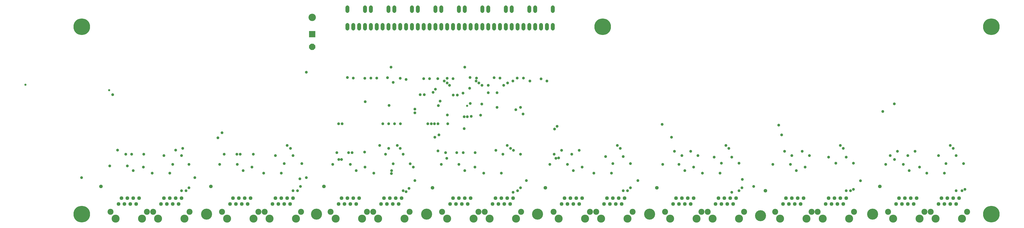
<source format=gbr>
G04 EAGLE Gerber RS-274X export*
G75*
%MOMM*%
%FSLAX34Y34*%
%LPD*%
%INSoldermask Bottom*%
%IPPOS*%
%AMOC8*
5,1,8,0,0,1.08239X$1,22.5*%
G01*
G04 Define Apertures*
%ADD10C,7.188200*%
%ADD11C,4.775200*%
%ADD12C,1.611200*%
%ADD13C,3.454400*%
%ADD14C,2.603200*%
%ADD15C,1.727200*%
%ADD16P,2.96921X8X292.5*%
%ADD17R,2.743200X2.743200*%
%ADD18C,3.203200*%
%ADD19C,1.209600*%
%ADD20C,1.553200*%
%ADD21C,0.959600*%
D10*
X4032250Y95250D03*
X95250Y908050D03*
X4032250Y908050D03*
X2349500Y908050D03*
X95250Y95250D03*
D11*
X635000Y95250D03*
X1111250Y95250D03*
X1587500Y95250D03*
X2067560Y95250D03*
X2552700Y95250D03*
X3032760Y88900D03*
X3517900Y95250D03*
D12*
X292100Y165100D03*
X279400Y139700D03*
X266700Y165100D03*
X304800Y139700D03*
X254000Y139700D03*
X317500Y165100D03*
X330200Y139700D03*
X342900Y165100D03*
D13*
X241300Y76200D03*
X355600Y76200D03*
D14*
X219700Y105700D03*
X377200Y105700D03*
D15*
X1244600Y900430D02*
X1244600Y915670D01*
X1270000Y915670D02*
X1270000Y900430D01*
X1295400Y900430D02*
X1295400Y915670D01*
X1320800Y915670D02*
X1320800Y900430D01*
X1320800Y976630D02*
X1320800Y991870D01*
X1244600Y991870D02*
X1244600Y976630D01*
X1447800Y915670D02*
X1447800Y900430D01*
X1473200Y900430D02*
X1473200Y915670D01*
X1498600Y915670D02*
X1498600Y900430D01*
X1524000Y900430D02*
X1524000Y915670D01*
X1524000Y976630D02*
X1524000Y991870D01*
X1447800Y991870D02*
X1447800Y976630D01*
X1346200Y915670D02*
X1346200Y900430D01*
X1371600Y900430D02*
X1371600Y915670D01*
X1397000Y915670D02*
X1397000Y900430D01*
X1422400Y900430D02*
X1422400Y915670D01*
X1422400Y976630D02*
X1422400Y991870D01*
X1346200Y991870D02*
X1346200Y976630D01*
X1549400Y915670D02*
X1549400Y900430D01*
X1574800Y900430D02*
X1574800Y915670D01*
X1600200Y915670D02*
X1600200Y900430D01*
X1625600Y900430D02*
X1625600Y915670D01*
X1625600Y976630D02*
X1625600Y991870D01*
X1549400Y991870D02*
X1549400Y976630D01*
X1651000Y915670D02*
X1651000Y900430D01*
X1676400Y900430D02*
X1676400Y915670D01*
X1701800Y915670D02*
X1701800Y900430D01*
X1727200Y900430D02*
X1727200Y915670D01*
X1727200Y976630D02*
X1727200Y991870D01*
X1651000Y991870D02*
X1651000Y976630D01*
X1854200Y915670D02*
X1854200Y900430D01*
X1879600Y900430D02*
X1879600Y915670D01*
X1905000Y915670D02*
X1905000Y900430D01*
X1930400Y900430D02*
X1930400Y915670D01*
X1930400Y976630D02*
X1930400Y991870D01*
X1854200Y991870D02*
X1854200Y976630D01*
X1955800Y915670D02*
X1955800Y900430D01*
X1981200Y900430D02*
X1981200Y915670D01*
X2006600Y915670D02*
X2006600Y900430D01*
X2032000Y900430D02*
X2032000Y915670D01*
X2032000Y976630D02*
X2032000Y991870D01*
X1955800Y991870D02*
X1955800Y976630D01*
X1752600Y915670D02*
X1752600Y900430D01*
X1778000Y900430D02*
X1778000Y915670D01*
X1803400Y915670D02*
X1803400Y900430D01*
X1828800Y900430D02*
X1828800Y915670D01*
X1828800Y976630D02*
X1828800Y991870D01*
X1752600Y991870D02*
X1752600Y976630D01*
X2057400Y915670D02*
X2057400Y900430D01*
X2082800Y900430D02*
X2082800Y915670D01*
X2108200Y915670D02*
X2108200Y900430D01*
X2133600Y900430D02*
X2133600Y915670D01*
X2133600Y976630D02*
X2133600Y991870D01*
X2057400Y991870D02*
X2057400Y976630D01*
D16*
X1092200Y821182D03*
D17*
X1092200Y876300D03*
D18*
X1092200Y949300D03*
D12*
X774700Y165100D03*
X762000Y139700D03*
X749300Y165100D03*
X787400Y139700D03*
X736600Y139700D03*
X800100Y165100D03*
X812800Y139700D03*
X825500Y165100D03*
D13*
X723900Y76200D03*
X838200Y76200D03*
D14*
X702300Y105700D03*
X859800Y105700D03*
D12*
X1428750Y165100D03*
X1416050Y139700D03*
X1403350Y165100D03*
X1441450Y139700D03*
X1390650Y139700D03*
X1454150Y165100D03*
X1466850Y139700D03*
X1479550Y165100D03*
D13*
X1377950Y76200D03*
X1492250Y76200D03*
D14*
X1356350Y105700D03*
X1513850Y105700D03*
D12*
X1244600Y165100D03*
X1231900Y139700D03*
X1219200Y165100D03*
X1257300Y139700D03*
X1206500Y139700D03*
X1270000Y165100D03*
X1282700Y139700D03*
X1295400Y165100D03*
D13*
X1193800Y76200D03*
X1308100Y76200D03*
D14*
X1172200Y105700D03*
X1329700Y105700D03*
D12*
X1911350Y165100D03*
X1898650Y139700D03*
X1885950Y165100D03*
X1924050Y139700D03*
X1873250Y139700D03*
X1936750Y165100D03*
X1949450Y139700D03*
X1962150Y165100D03*
D13*
X1860550Y76200D03*
X1974850Y76200D03*
D14*
X1838950Y105700D03*
X1996450Y105700D03*
D12*
X1727200Y165100D03*
X1714500Y139700D03*
X1701800Y165100D03*
X1739900Y139700D03*
X1689100Y139700D03*
X1752600Y165100D03*
X1765300Y139700D03*
X1778000Y165100D03*
D13*
X1676400Y76200D03*
X1790700Y76200D03*
D14*
X1654800Y105700D03*
X1812300Y105700D03*
D12*
X2393950Y165100D03*
X2381250Y139700D03*
X2368550Y165100D03*
X2406650Y139700D03*
X2355850Y139700D03*
X2419350Y165100D03*
X2432050Y139700D03*
X2444750Y165100D03*
D13*
X2343150Y76200D03*
X2457450Y76200D03*
D14*
X2321550Y105700D03*
X2479050Y105700D03*
D12*
X2209800Y165100D03*
X2197100Y139700D03*
X2184400Y165100D03*
X2222500Y139700D03*
X2171700Y139700D03*
X2235200Y165100D03*
X2247900Y139700D03*
X2260600Y165100D03*
D13*
X2159000Y76200D03*
X2273300Y76200D03*
D14*
X2137400Y105700D03*
X2294900Y105700D03*
D12*
X2876550Y165100D03*
X2863850Y139700D03*
X2851150Y165100D03*
X2889250Y139700D03*
X2838450Y139700D03*
X2901950Y165100D03*
X2914650Y139700D03*
X2927350Y165100D03*
D13*
X2825750Y76200D03*
X2940050Y76200D03*
D14*
X2804150Y105700D03*
X2961650Y105700D03*
D12*
X2692400Y165100D03*
X2679700Y139700D03*
X2667000Y165100D03*
X2705100Y139700D03*
X2654300Y139700D03*
X2717800Y165100D03*
X2730500Y139700D03*
X2743200Y165100D03*
D13*
X2641600Y76200D03*
X2755900Y76200D03*
D14*
X2620000Y105700D03*
X2777500Y105700D03*
D12*
X3352800Y165100D03*
X3340100Y139700D03*
X3327400Y165100D03*
X3365500Y139700D03*
X3314700Y139700D03*
X3378200Y165100D03*
X3390900Y139700D03*
X3403600Y165100D03*
D13*
X3302000Y76200D03*
X3416300Y76200D03*
D14*
X3280400Y105700D03*
X3437900Y105700D03*
D12*
X3168650Y165100D03*
X3155950Y139700D03*
X3143250Y165100D03*
X3181350Y139700D03*
X3130550Y139700D03*
X3194050Y165100D03*
X3206750Y139700D03*
X3219450Y165100D03*
D13*
X3117850Y76200D03*
X3232150Y76200D03*
D14*
X3096250Y105700D03*
X3253750Y105700D03*
D12*
X3841750Y165100D03*
X3829050Y139700D03*
X3816350Y165100D03*
X3854450Y139700D03*
X3803650Y139700D03*
X3867150Y165100D03*
X3879850Y139700D03*
X3892550Y165100D03*
D13*
X3790950Y76200D03*
X3905250Y76200D03*
D14*
X3769350Y105700D03*
X3926850Y105700D03*
D12*
X3657600Y165100D03*
X3644900Y139700D03*
X3632200Y165100D03*
X3670300Y139700D03*
X3619500Y139700D03*
X3683000Y165100D03*
X3695700Y139700D03*
X3708400Y165100D03*
D13*
X3606800Y76200D03*
X3721100Y76200D03*
D14*
X3585200Y105700D03*
X3742700Y105700D03*
D12*
X476250Y165100D03*
X463550Y139700D03*
X450850Y165100D03*
X488950Y139700D03*
X438150Y139700D03*
X501650Y165100D03*
X514350Y139700D03*
X527050Y165100D03*
D13*
X425450Y76200D03*
X539750Y76200D03*
D14*
X403850Y105700D03*
X561350Y105700D03*
D12*
X958850Y165100D03*
X946150Y139700D03*
X933450Y165100D03*
X971550Y139700D03*
X920750Y139700D03*
X984250Y165100D03*
X996950Y139700D03*
X1009650Y165100D03*
D13*
X908050Y76200D03*
X1022350Y76200D03*
D14*
X886450Y105700D03*
X1043950Y105700D03*
D19*
X1498600Y679450D03*
X1600200Y683260D03*
X1701800Y683260D03*
X1905000Y685800D03*
X2006600Y685800D03*
X2108200Y673100D03*
X1346200Y685800D03*
X1244600Y688340D03*
X1536700Y534670D03*
X1803400Y685800D03*
X1973580Y548640D03*
X1577340Y613410D03*
X1720850Y612140D03*
X1776730Y575310D03*
X1322070Y582930D03*
X1320165Y685165D03*
X361950Y299720D03*
X2743200Y299720D03*
X2260600Y299720D03*
X1797050Y299720D03*
X1320800Y299720D03*
X831850Y299720D03*
X3225800Y299720D03*
X3721100Y299720D03*
X1474470Y487680D03*
X1530350Y299720D03*
X2082800Y681990D03*
X1979930Y685800D03*
X1676400Y684530D03*
X1574800Y683260D03*
X1473200Y684530D03*
X1371600Y685800D03*
X1270000Y685800D03*
X1775460Y688340D03*
X250190Y373380D03*
X1536700Y551180D03*
X2005330Y529590D03*
X2954020Y246380D03*
X1038860Y248920D03*
X488950Y311150D03*
X558800Y311150D03*
X400050Y273050D03*
X476250Y273050D03*
X215900Y304800D03*
X311150Y355600D03*
X292100Y304800D03*
X711200Y355600D03*
X692150Y311150D03*
X781050Y355600D03*
X768350Y311150D03*
X882650Y273050D03*
X958850Y273050D03*
X971550Y314960D03*
X1047750Y314960D03*
X1181100Y311150D03*
X1198880Y361950D03*
X1264920Y361950D03*
X1257300Y311150D03*
X1442720Y313690D03*
X1358900Y273050D03*
X1435100Y271780D03*
X1516380Y313690D03*
X546100Y196850D03*
X1028700Y196850D03*
X1498600Y193040D03*
X1651000Y311150D03*
X1670050Y361950D03*
X1727200Y311150D03*
X1746250Y361950D03*
X1835150Y273050D03*
X1911350Y273050D03*
X1981200Y196850D03*
X1993900Y355600D03*
X1917700Y355600D03*
X2120900Y311150D03*
X2197100Y311150D03*
X2139950Y355600D03*
X2216150Y355600D03*
X2311400Y273050D03*
X2387600Y273050D03*
X2470150Y314960D03*
X2393950Y314960D03*
X2457450Y196850D03*
X2692400Y349250D03*
X2762250Y349250D03*
X2781300Y273050D03*
X2857500Y273050D03*
X2863850Y316230D03*
X2940050Y316230D03*
X2940050Y196850D03*
X2679700Y311150D03*
X2609850Y311150D03*
X3244850Y349250D03*
X3168650Y349250D03*
X3086100Y311150D03*
X3162300Y311150D03*
X3422650Y196850D03*
X3359150Y316230D03*
X3435350Y316230D03*
X3594100Y349250D03*
X3575050Y311150D03*
X3651250Y311150D03*
X3670300Y349250D03*
X3905250Y196850D03*
X3835400Y314960D03*
X3911600Y314960D03*
X3829050Y273050D03*
X3752850Y273050D03*
X1854200Y622300D03*
X1892300Y622300D03*
X1703070Y612140D03*
X1559560Y613410D03*
X1677670Y525780D03*
X1821180Y524510D03*
X1066800Y711200D03*
X1950720Y381000D03*
X1473200Y381000D03*
X532130Y381000D03*
X2895600Y381000D03*
X3390900Y381000D03*
X3867150Y381000D03*
X2425700Y381000D03*
X998220Y381000D03*
X1423670Y487680D03*
X1423670Y381000D03*
X1892300Y558800D03*
X1993900Y558800D03*
X317500Y284480D03*
X793750Y284480D03*
X2705100Y284480D03*
X2222500Y284480D03*
X1752600Y284480D03*
X1282700Y284480D03*
X3187700Y284480D03*
X3676650Y284480D03*
X1449070Y487680D03*
X1436370Y284480D03*
X1638300Y566420D03*
X1424940Y566976D03*
X1418590Y687070D03*
X1635760Y683260D03*
X1442720Y666750D03*
X1433830Y732790D03*
X1752600Y732790D03*
X2034540Y673100D03*
X1802130Y673100D03*
X1663700Y673100D03*
X1960880Y673100D03*
X1938020Y664210D03*
X1676400Y664210D03*
X1813560Y664210D03*
X1854200Y654050D03*
X1921510Y654050D03*
X1686560Y654050D03*
X1827530Y654050D03*
X1879600Y687070D03*
X3465830Y240030D03*
X93980Y254000D03*
X584200Y254000D03*
X1066800Y254000D03*
X1536700Y241300D03*
X2019300Y241300D03*
X2501900Y241300D03*
X3003550Y215900D03*
X450850Y349250D03*
X558800Y209550D03*
X527050Y349250D03*
D20*
X177800Y215900D03*
D19*
X285360Y355600D03*
X363220Y355600D03*
D20*
X654050Y215900D03*
D19*
X766690Y355600D03*
X837810Y355600D03*
X933450Y349250D03*
X1009650Y349250D03*
X1041400Y215900D03*
D20*
X1143000Y215900D03*
D19*
X1511300Y207010D03*
X1485900Y355600D03*
X1409700Y355600D03*
X1319530Y364490D03*
X1249680Y361950D03*
X1717920Y361950D03*
X1797930Y361950D03*
X1993900Y209550D03*
D20*
X1612900Y209550D03*
D19*
X1963810Y372110D03*
X1887610Y372110D03*
D20*
X2101850Y209550D03*
D19*
X2171700Y372110D03*
X2247900Y372110D03*
X2470150Y209550D03*
X2438400Y345440D03*
X2362200Y345440D03*
D20*
X2584450Y209550D03*
D19*
X2660650Y368300D03*
X2730500Y368300D03*
X2908300Y342900D03*
X2832100Y342900D03*
X2952750Y209550D03*
D20*
X3054350Y196850D03*
D19*
X3213100Y368300D03*
X3136900Y368300D03*
X3435350Y203200D03*
X3327400Y342900D03*
X3403600Y342900D03*
X1936750Y393700D03*
X2413000Y393700D03*
X1460500Y393700D03*
X984250Y393700D03*
X501650Y373380D03*
X2882900Y393700D03*
X3378200Y393700D03*
X3854450Y393700D03*
X1398270Y487680D03*
X1384300Y393700D03*
X527050Y196850D03*
X1009650Y196850D03*
X1485900Y196850D03*
X1962150Y190500D03*
X2438400Y196850D03*
X2908300Y190500D03*
X3403600Y196850D03*
X3879850Y196850D03*
X3917950Y203200D03*
D20*
X3549650Y215900D03*
D19*
X3625850Y368300D03*
X3702050Y368300D03*
X3879850Y349250D03*
X3803650Y349250D03*
X1625600Y637382D03*
X228600Y613410D03*
X1774190Y641350D03*
D21*
X213182Y633552D03*
D19*
X702310Y448310D03*
X1615440Y623714D03*
X684530Y426720D03*
D21*
X1762760Y565150D03*
D19*
X1219200Y332740D03*
X1221740Y487680D03*
X1744872Y620714D03*
X1207104Y332740D03*
X1206500Y487680D03*
X1637030Y369570D03*
X1592580Y487680D03*
X1674952Y337642D03*
X1678940Y487680D03*
X2159000Y339090D03*
X2152650Y476250D03*
X1607820Y487680D03*
X2146904Y337820D03*
X2141220Y464820D03*
X1750060Y466090D03*
X1750060Y518160D03*
X2647950Y429260D03*
X1623060Y429260D03*
X1621790Y487680D03*
X2607310Y485140D03*
X1764030Y518160D03*
X3124200Y439420D03*
X1637030Y487680D03*
X1640840Y439420D03*
X3111500Y481330D03*
X1780540Y519430D03*
X1645920Y585470D03*
X3611880Y574040D03*
X3613150Y332740D03*
X3562350Y541020D03*
X1826260Y572770D03*
D21*
X-148590Y656590D03*
M02*

</source>
